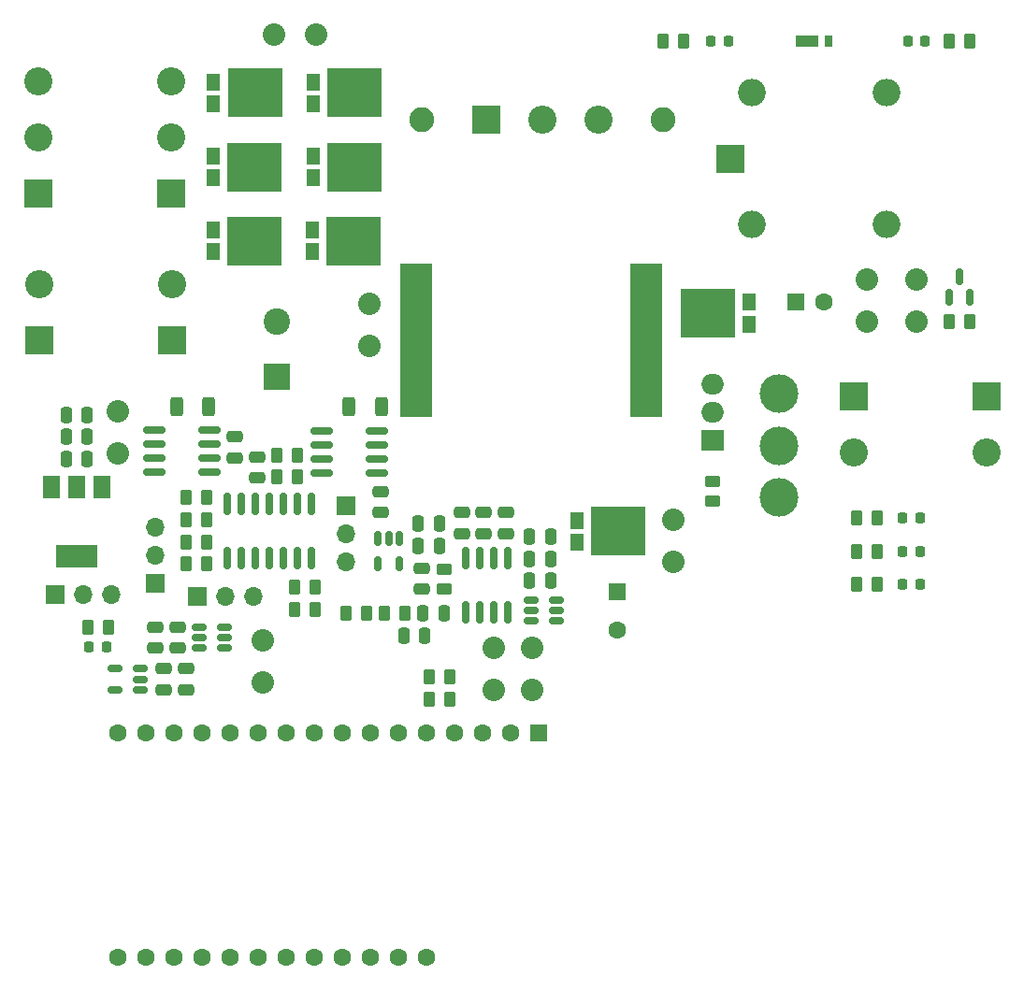
<source format=gbr>
%TF.GenerationSoftware,KiCad,Pcbnew,(6.0.7)*%
%TF.CreationDate,2023-07-07T11:40:33-04:00*%
%TF.ProjectId,small_wind_turbine,736d616c-6c5f-4776-996e-645f74757262,rev?*%
%TF.SameCoordinates,Original*%
%TF.FileFunction,Soldermask,Top*%
%TF.FilePolarity,Negative*%
%FSLAX46Y46*%
G04 Gerber Fmt 4.6, Leading zero omitted, Abs format (unit mm)*
G04 Created by KiCad (PCBNEW (6.0.7)) date 2023-07-07 11:40:33*
%MOMM*%
%LPD*%
G01*
G04 APERTURE LIST*
G04 Aperture macros list*
%AMRoundRect*
0 Rectangle with rounded corners*
0 $1 Rounding radius*
0 $2 $3 $4 $5 $6 $7 $8 $9 X,Y pos of 4 corners*
0 Add a 4 corners polygon primitive as box body*
4,1,4,$2,$3,$4,$5,$6,$7,$8,$9,$2,$3,0*
0 Add four circle primitives for the rounded corners*
1,1,$1+$1,$2,$3*
1,1,$1+$1,$4,$5*
1,1,$1+$1,$6,$7*
1,1,$1+$1,$8,$9*
0 Add four rect primitives between the rounded corners*
20,1,$1+$1,$2,$3,$4,$5,0*
20,1,$1+$1,$4,$5,$6,$7,0*
20,1,$1+$1,$6,$7,$8,$9,0*
20,1,$1+$1,$8,$9,$2,$3,0*%
G04 Aperture macros list end*
%ADD10RoundRect,0.250000X0.262500X0.450000X-0.262500X0.450000X-0.262500X-0.450000X0.262500X-0.450000X0*%
%ADD11R,5.000000X4.500000*%
%ADD12R,1.300000X1.600000*%
%ADD13RoundRect,0.250000X0.475000X-0.250000X0.475000X0.250000X-0.475000X0.250000X-0.475000X-0.250000X0*%
%ADD14RoundRect,0.218750X0.218750X0.256250X-0.218750X0.256250X-0.218750X-0.256250X0.218750X-0.256250X0*%
%ADD15R,2.000000X1.905000*%
%ADD16O,2.000000X1.905000*%
%ADD17R,2.500000X2.500000*%
%ADD18O,2.500000X2.500000*%
%ADD19RoundRect,0.250000X-0.250000X-0.475000X0.250000X-0.475000X0.250000X0.475000X-0.250000X0.475000X0*%
%ADD20R,2.000000X1.100000*%
%ADD21R,0.800000X1.000000*%
%ADD22R,1.600000X1.600000*%
%ADD23C,1.600000*%
%ADD24C,2.032000*%
%ADD25RoundRect,0.250000X-0.262500X-0.450000X0.262500X-0.450000X0.262500X0.450000X-0.262500X0.450000X0*%
%ADD26RoundRect,0.218750X-0.218750X-0.256250X0.218750X-0.256250X0.218750X0.256250X-0.218750X0.256250X0*%
%ADD27R,1.700000X1.700000*%
%ADD28O,1.700000X1.700000*%
%ADD29RoundRect,0.250000X-0.450000X0.262500X-0.450000X-0.262500X0.450000X-0.262500X0.450000X0.262500X0*%
%ADD30R,2.550000X2.550000*%
%ADD31C,2.550000*%
%ADD32RoundRect,0.150000X-0.512500X-0.150000X0.512500X-0.150000X0.512500X0.150000X-0.512500X0.150000X0*%
%ADD33RoundRect,0.250000X0.312500X0.625000X-0.312500X0.625000X-0.312500X-0.625000X0.312500X-0.625000X0*%
%ADD34RoundRect,0.250000X-0.475000X0.250000X-0.475000X-0.250000X0.475000X-0.250000X0.475000X0.250000X0*%
%ADD35RoundRect,0.150000X-0.825000X-0.150000X0.825000X-0.150000X0.825000X0.150000X-0.825000X0.150000X0*%
%ADD36RoundRect,0.150000X0.150000X-0.825000X0.150000X0.825000X-0.150000X0.825000X-0.150000X-0.825000X0*%
%ADD37RoundRect,0.250000X0.250000X0.475000X-0.250000X0.475000X-0.250000X-0.475000X0.250000X-0.475000X0*%
%ADD38RoundRect,0.250000X0.450000X-0.262500X0.450000X0.262500X-0.450000X0.262500X-0.450000X-0.262500X0*%
%ADD39R,2.400000X2.400000*%
%ADD40C,2.400000*%
%ADD41R,3.000000X14.000000*%
%ADD42RoundRect,0.150000X-0.150000X0.825000X-0.150000X-0.825000X0.150000X-0.825000X0.150000X0.825000X0*%
%ADD43C,3.500000*%
%ADD44R,1.500000X2.000000*%
%ADD45R,3.800000X2.000000*%
%ADD46C,2.250000*%
%ADD47RoundRect,0.150000X-0.150000X0.512500X-0.150000X-0.512500X0.150000X-0.512500X0.150000X0.512500X0*%
%ADD48RoundRect,0.150000X0.512500X0.150000X-0.512500X0.150000X-0.512500X-0.150000X0.512500X-0.150000X0*%
%ADD49RoundRect,0.150000X0.150000X-0.587500X0.150000X0.587500X-0.150000X0.587500X-0.150000X-0.587500X0*%
G04 APERTURE END LIST*
D10*
%TO.C,R10*%
X80612500Y-92500000D03*
X78787500Y-92500000D03*
%TD*%
D11*
%TO.C,Dbs1*%
X95900000Y-79300000D03*
D12*
X92150000Y-78315000D03*
X92150000Y-80285000D03*
%TD*%
D13*
%TO.C,C18*%
X54732500Y-93650000D03*
X54732500Y-91750000D03*
%TD*%
D14*
%TO.C,D11*%
X123187500Y-84100000D03*
X121612500Y-84100000D03*
%TD*%
D10*
%TO.C,R6*%
X58612500Y-80250000D03*
X56787500Y-80250000D03*
%TD*%
D15*
%TO.C,Qbuck1*%
X104395000Y-71065000D03*
D16*
X104395000Y-68525000D03*
X104395000Y-65985000D03*
%TD*%
D10*
%TO.C,R14*%
X127700000Y-34900000D03*
X125875000Y-34900000D03*
%TD*%
D17*
%TO.C,K1*%
X106000000Y-45535000D03*
D18*
X108000000Y-39535000D03*
X120200000Y-39535000D03*
X120200000Y-51535000D03*
X108000000Y-51535000D03*
%TD*%
D19*
%TO.C,C15*%
X45900000Y-70750000D03*
X47800000Y-70750000D03*
%TD*%
D14*
%TO.C,D7*%
X49550000Y-89800000D03*
X47975000Y-89800000D03*
%TD*%
D10*
%TO.C,R4*%
X66825000Y-72400000D03*
X65000000Y-72400000D03*
%TD*%
D14*
%TO.C,D9*%
X123187500Y-78100000D03*
X121612500Y-78100000D03*
%TD*%
D20*
%TO.C,D13*%
X113000000Y-34900000D03*
D21*
X114900000Y-34900000D03*
%TD*%
D10*
%TO.C,R13*%
X49700000Y-88000000D03*
X47875000Y-88000000D03*
%TD*%
D22*
%TO.C,Cinput1*%
X112000000Y-58535000D03*
D23*
X114500000Y-58535000D03*
%TD*%
D24*
%TO.C,TP11*%
X63700000Y-89175000D03*
X63700000Y-92985000D03*
%TD*%
D25*
%TO.C,Rc1*%
X74737500Y-86700000D03*
X76562500Y-86700000D03*
%TD*%
D19*
%TO.C,C6*%
X87850000Y-83778792D03*
X89750000Y-83778792D03*
%TD*%
D24*
%TO.C,TP9*%
X50600000Y-72200000D03*
X50600000Y-68390000D03*
%TD*%
D26*
%TO.C,D8*%
X122087500Y-34900000D03*
X123662500Y-34900000D03*
%TD*%
D24*
%TO.C,TP3*%
X88100000Y-89850000D03*
X88100000Y-93660000D03*
%TD*%
D13*
%TO.C,C7*%
X63200000Y-74450000D03*
X63200000Y-72550000D03*
%TD*%
D25*
%TO.C,R5*%
X65012500Y-74400000D03*
X66837500Y-74400000D03*
%TD*%
%TO.C,R8*%
X66600000Y-84350000D03*
X68425000Y-84350000D03*
%TD*%
D24*
%TO.C,TP10*%
X84600000Y-89850000D03*
X84600000Y-93660000D03*
%TD*%
%TO.C,TP1*%
X68500000Y-34350000D03*
X64690000Y-34350000D03*
%TD*%
D13*
%TO.C,C2*%
X83700000Y-79500000D03*
X83700000Y-77600000D03*
%TD*%
D19*
%TO.C,Cc1*%
X78200000Y-86700000D03*
X80100000Y-86700000D03*
%TD*%
D27*
%TO.C,J4*%
X44875000Y-85000000D03*
D28*
X47415000Y-85000000D03*
X49955000Y-85000000D03*
%TD*%
D13*
%TO.C,C17*%
X56732500Y-93650000D03*
X56732500Y-91750000D03*
%TD*%
D14*
%TO.C,D12*%
X105875000Y-34900000D03*
X104300000Y-34900000D03*
%TD*%
D29*
%TO.C,Rt1*%
X80112500Y-82700000D03*
X80112500Y-84525000D03*
%TD*%
D30*
%TO.C,Jbat1*%
X55500000Y-62000000D03*
X43500000Y-62000000D03*
D31*
X43500000Y-56920000D03*
X55500000Y-56920000D03*
%TD*%
D30*
%TO.C,Jgen1*%
X43400000Y-48680000D03*
X55400000Y-48680000D03*
D31*
X55400000Y-43600000D03*
X43400000Y-43600000D03*
X55400000Y-38520000D03*
X43400000Y-38520000D03*
%TD*%
D32*
%TO.C,U9*%
X57982500Y-87950000D03*
X57982500Y-88900000D03*
X57982500Y-89850000D03*
X60257500Y-89850000D03*
X60257500Y-88900000D03*
X60257500Y-87950000D03*
%TD*%
D13*
%TO.C,C8*%
X53982500Y-89850000D03*
X53982500Y-87950000D03*
%TD*%
D27*
%TO.C,J1*%
X57820000Y-85200000D03*
D28*
X60360000Y-85200000D03*
X62900000Y-85200000D03*
%TD*%
D27*
%TO.C,J2*%
X71200000Y-77000000D03*
D28*
X71200000Y-79540000D03*
X71200000Y-82080000D03*
%TD*%
D33*
%TO.C,Rsh2*%
X58837500Y-68000000D03*
X55912500Y-68000000D03*
%TD*%
D25*
%TO.C,R1*%
X125887500Y-60300000D03*
X127712500Y-60300000D03*
%TD*%
D11*
%TO.C,D2*%
X63000000Y-39600000D03*
D12*
X59250000Y-40585000D03*
X59250000Y-38615000D03*
%TD*%
D11*
%TO.C,D5*%
X71960000Y-53000000D03*
D12*
X68210000Y-52015000D03*
X68210000Y-53985000D03*
%TD*%
D22*
%TO.C,Cbs1*%
X95800000Y-84747349D03*
D23*
X95800000Y-88247349D03*
%TD*%
D34*
%TO.C,C10*%
X61200000Y-70750000D03*
X61200000Y-72650000D03*
%TD*%
D35*
%TO.C,U6*%
X53900000Y-70095000D03*
X53900000Y-71365000D03*
X53900000Y-72635000D03*
X53900000Y-73905000D03*
X58850000Y-73905000D03*
X58850000Y-72635000D03*
X58850000Y-71365000D03*
X58850000Y-70095000D03*
%TD*%
D19*
%TO.C,C4*%
X87850000Y-79778792D03*
X89750000Y-79778792D03*
%TD*%
D33*
%TO.C,Rsh1*%
X74462500Y-68000000D03*
X71537500Y-68000000D03*
%TD*%
D19*
%TO.C,C12*%
X77800000Y-80600000D03*
X79700000Y-80600000D03*
%TD*%
D11*
%TO.C,D3*%
X72000000Y-46300000D03*
D12*
X68250000Y-47285000D03*
X68250000Y-45315000D03*
%TD*%
D36*
%TO.C,U2*%
X82095000Y-86653792D03*
X83365000Y-86653792D03*
X84635000Y-86653792D03*
X85905000Y-86653792D03*
X85905000Y-81703792D03*
X84635000Y-81703792D03*
X83365000Y-81703792D03*
X82095000Y-81703792D03*
%TD*%
D37*
%TO.C,Cc2*%
X78350000Y-88750000D03*
X76450000Y-88750000D03*
%TD*%
D38*
%TO.C,R12*%
X104400000Y-76600000D03*
X104400000Y-74775000D03*
%TD*%
D27*
%TO.C,J3*%
X54000000Y-84040000D03*
D28*
X54000000Y-81500000D03*
X54000000Y-78960000D03*
%TD*%
D25*
%TO.C,R18*%
X99975000Y-34900000D03*
X101800000Y-34900000D03*
%TD*%
%TO.C,R17*%
X117487500Y-84100000D03*
X119312500Y-84100000D03*
%TD*%
D19*
%TO.C,C16*%
X45900000Y-72750000D03*
X47800000Y-72750000D03*
%TD*%
D10*
%TO.C,R11*%
X80612500Y-94500000D03*
X78787500Y-94500000D03*
%TD*%
D13*
%TO.C,C3*%
X85700000Y-79500000D03*
X85700000Y-77600000D03*
%TD*%
D25*
%TO.C,Rf1*%
X71275000Y-86700000D03*
X73100000Y-86700000D03*
%TD*%
%TO.C,R3*%
X56787500Y-78250000D03*
X58612500Y-78250000D03*
%TD*%
D10*
%TO.C,R2*%
X58612500Y-76250000D03*
X56787500Y-76250000D03*
%TD*%
D13*
%TO.C,C9*%
X55982500Y-89850000D03*
X55982500Y-87950000D03*
%TD*%
D39*
%TO.C,Cbuck1*%
X65000000Y-65323959D03*
D40*
X65000000Y-60323959D03*
%TD*%
D41*
%TO.C,Lbuck1*%
X98400000Y-62000000D03*
X77600000Y-62000000D03*
%TD*%
D13*
%TO.C,C11*%
X74400000Y-77600000D03*
X74400000Y-75700000D03*
%TD*%
D11*
%TO.C,D4*%
X62960000Y-46300000D03*
D12*
X59210000Y-47285000D03*
X59210000Y-45315000D03*
%TD*%
D42*
%TO.C,U4*%
X68097500Y-76775000D03*
X66827500Y-76775000D03*
X65557500Y-76775000D03*
X64287500Y-76775000D03*
X63017500Y-76775000D03*
X61747500Y-76775000D03*
X60477500Y-76775000D03*
X60477500Y-81725000D03*
X61747500Y-81725000D03*
X63017500Y-81725000D03*
X64287500Y-81725000D03*
X65557500Y-81725000D03*
X66827500Y-81725000D03*
X68097500Y-81725000D03*
%TD*%
D24*
%TO.C,TP8*%
X100900000Y-82100000D03*
X100900000Y-78290000D03*
%TD*%
D22*
%TO.C,A1*%
X88650000Y-97585000D03*
D23*
X86110000Y-97585000D03*
X83570000Y-97585000D03*
X81030000Y-97585000D03*
X78490000Y-97585000D03*
X75950000Y-97585000D03*
X73410000Y-97585000D03*
X70870000Y-97585000D03*
X68330000Y-97585000D03*
X65790000Y-97585000D03*
X63250000Y-97585000D03*
X60710000Y-97585000D03*
X58170000Y-97585000D03*
X55630000Y-97585000D03*
X53090000Y-97585000D03*
X50550000Y-97585000D03*
X50550000Y-117905000D03*
X53090000Y-117905000D03*
X55630000Y-117905000D03*
X58170000Y-117905000D03*
X60710000Y-117905000D03*
X63250000Y-117905000D03*
X65790000Y-117905000D03*
X68330000Y-117905000D03*
X70870000Y-117905000D03*
X73410000Y-117905000D03*
X75950000Y-117905000D03*
X78490000Y-117905000D03*
%TD*%
D35*
%TO.C,U5*%
X69050000Y-70190000D03*
X69050000Y-71460000D03*
X69050000Y-72730000D03*
X69050000Y-74000000D03*
X74000000Y-74000000D03*
X74000000Y-72730000D03*
X74000000Y-71460000D03*
X74000000Y-70190000D03*
%TD*%
D24*
%TO.C,TP4*%
X118400000Y-60300000D03*
X118400000Y-56490000D03*
%TD*%
D30*
%TO.C,Jfuse1*%
X83920000Y-42000000D03*
D31*
X89000000Y-42000000D03*
X94080000Y-42000000D03*
%TD*%
D43*
%TO.C,SW1*%
X110450000Y-76225000D03*
X110450000Y-71525000D03*
X110450000Y-66825000D03*
%TD*%
D25*
%TO.C,R9*%
X66600000Y-86350000D03*
X68425000Y-86350000D03*
%TD*%
D19*
%TO.C,C13*%
X77790000Y-78600000D03*
X79690000Y-78600000D03*
%TD*%
D13*
%TO.C,Ct1*%
X78100000Y-84550000D03*
X78100000Y-82650000D03*
%TD*%
D25*
%TO.C,R16*%
X117487500Y-81100000D03*
X119312500Y-81100000D03*
%TD*%
D11*
%TO.C,Dbuck1*%
X104000000Y-59535000D03*
D12*
X107750000Y-58550000D03*
X107750000Y-60520000D03*
%TD*%
D32*
%TO.C,U3*%
X88000000Y-85528792D03*
X88000000Y-86478792D03*
X88000000Y-87428792D03*
X90275000Y-87428792D03*
X90275000Y-86478792D03*
X90275000Y-85528792D03*
%TD*%
D44*
%TO.C,U10*%
X49150000Y-75250000D03*
X46850000Y-75250000D03*
D45*
X46850000Y-81550000D03*
D44*
X44550000Y-75250000D03*
%TD*%
D11*
%TO.C,D6*%
X62960000Y-53000000D03*
D12*
X59210000Y-53985000D03*
X59210000Y-52015000D03*
%TD*%
D10*
%TO.C,R7*%
X58612500Y-82250000D03*
X56787500Y-82250000D03*
%TD*%
D25*
%TO.C,R15*%
X117487500Y-78100000D03*
X119312500Y-78100000D03*
%TD*%
D24*
%TO.C,TP2*%
X122900000Y-60325000D03*
X122900000Y-56515000D03*
%TD*%
D46*
%TO.C,F1*%
X78080000Y-42000000D03*
X99920000Y-42000000D03*
%TD*%
D47*
%TO.C,U7*%
X76050000Y-79962500D03*
X75100000Y-79962500D03*
X74150000Y-79962500D03*
X74150000Y-82237500D03*
X76050000Y-82237500D03*
%TD*%
D13*
%TO.C,C1*%
X81700000Y-79500000D03*
X81700000Y-77600000D03*
%TD*%
D19*
%TO.C,C14*%
X45900000Y-68750000D03*
X47800000Y-68750000D03*
%TD*%
D48*
%TO.C,U8*%
X52620000Y-93650000D03*
X52620000Y-92700000D03*
X52620000Y-91750000D03*
X50345000Y-91750000D03*
X50345000Y-93650000D03*
%TD*%
D49*
%TO.C,Q1*%
X125850000Y-58137500D03*
X127750000Y-58137500D03*
X126800000Y-56262500D03*
%TD*%
D19*
%TO.C,C5*%
X87850000Y-81778792D03*
X89750000Y-81778792D03*
%TD*%
D11*
%TO.C,D1*%
X72000000Y-39600000D03*
D12*
X68250000Y-40585000D03*
X68250000Y-38615000D03*
%TD*%
D30*
%TO.C,Jres1*%
X129200000Y-67100000D03*
X117200000Y-67100000D03*
D31*
X117200000Y-72180000D03*
X129200000Y-72180000D03*
%TD*%
D24*
%TO.C,TP6*%
X73400000Y-62525000D03*
X73400000Y-58715000D03*
%TD*%
D14*
%TO.C,D10*%
X123187500Y-81100000D03*
X121612500Y-81100000D03*
%TD*%
M02*

</source>
